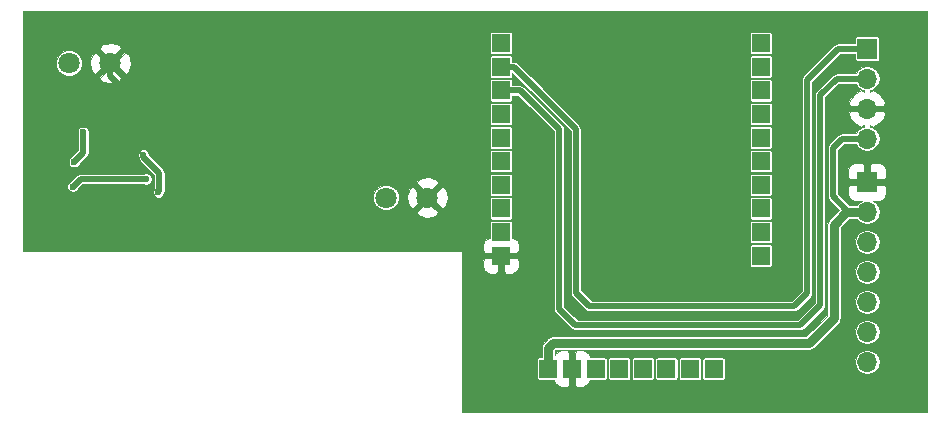
<source format=gbl>
G04 #@! TF.FileFunction,Copper,L2,Bot,Signal*
%FSLAX46Y46*%
G04 Gerber Fmt 4.6, Leading zero omitted, Abs format (unit mm)*
G04 Created by KiCad (PCBNEW 4.0.7) date 10/09/19 11:40:26*
%MOMM*%
%LPD*%
G01*
G04 APERTURE LIST*
%ADD10C,0.100000*%
%ADD11C,1.800000*%
%ADD12R,1.700000X1.700000*%
%ADD13O,1.700000X1.700000*%
%ADD14R,1.524000X1.524000*%
%ADD15C,0.600000*%
%ADD16C,0.508000*%
%ADD17C,0.762000*%
%ADD18C,0.030000*%
G04 APERTURE END LIST*
D10*
D11*
X106545440Y-72867520D03*
X110045440Y-72867520D03*
D12*
X174117000Y-71628000D03*
D13*
X174117000Y-74168000D03*
X174117000Y-76708000D03*
X174117000Y-79248000D03*
D11*
X133390700Y-84239100D03*
X136890700Y-84239100D03*
D12*
X174122080Y-82925920D03*
D13*
X174122080Y-85465920D03*
X174122080Y-88005920D03*
X174122080Y-90545920D03*
X174122080Y-93085920D03*
X174122080Y-95625920D03*
X174122080Y-98165920D03*
D14*
X143118840Y-71161910D03*
X143118840Y-73160890D03*
X143118840Y-75159870D03*
X143118840Y-77158850D03*
X143118840Y-79157830D03*
X143118840Y-81156810D03*
X143118840Y-83155790D03*
X143118840Y-85154770D03*
X143118840Y-87153750D03*
X143118840Y-89152730D03*
X147120610Y-98720910D03*
X149119590Y-98720910D03*
X151118570Y-98720910D03*
X153117550Y-98720910D03*
X155116530Y-98720910D03*
X157115510Y-98720910D03*
X159114490Y-98720910D03*
X161113470Y-98720910D03*
X165115240Y-89152730D03*
X165115240Y-87153750D03*
X165115240Y-85154770D03*
X165115240Y-83155790D03*
X165115240Y-81156810D03*
X165115240Y-79157830D03*
X165115240Y-77158850D03*
X165115240Y-75159870D03*
X165115240Y-73160890D03*
X165115240Y-71161910D03*
D15*
X112847120Y-80639920D03*
X114117120Y-83781900D03*
X129494280Y-82570320D03*
X116159280Y-77617320D03*
X110779560Y-79491840D03*
X117995700Y-83012280D03*
X125196600Y-81320640D03*
X107754420Y-78714600D03*
X106989880Y-81198720D03*
X113045240Y-82656680D03*
X106883200Y-83301840D03*
D16*
X112847120Y-80802480D02*
X112847120Y-80639920D01*
X114198400Y-82153760D02*
X112847120Y-80802480D01*
X114198400Y-83700620D02*
X114198400Y-82153760D01*
X114117120Y-83781900D02*
X114198400Y-83700620D01*
X126141480Y-81320640D02*
X125196600Y-81320640D01*
X126674880Y-80787240D02*
X126141480Y-81320640D01*
X126674880Y-79659480D02*
X126674880Y-80787240D01*
X127330200Y-79004160D02*
X126674880Y-79659480D01*
X128899920Y-79004160D02*
X127330200Y-79004160D01*
X129722880Y-79827120D02*
X128899920Y-79004160D01*
X129722880Y-82341720D02*
X129722880Y-79827120D01*
X129494280Y-82570320D02*
X129722880Y-82341720D01*
X110045440Y-72867520D02*
X110055660Y-72867520D01*
X110055660Y-72867520D02*
X114835940Y-77647800D01*
X116128800Y-77647800D02*
X116159280Y-77617320D01*
X114835940Y-77647800D02*
X116128800Y-77647800D01*
X110045440Y-73972360D02*
X110045440Y-72867520D01*
X111404400Y-75331320D02*
X110045440Y-73972360D01*
X111404400Y-78867000D02*
X111404400Y-75331320D01*
X110779560Y-79491840D02*
X111404400Y-78867000D01*
X125196600Y-81915000D02*
X125196600Y-81320640D01*
X124099320Y-83012280D02*
X125196600Y-81915000D01*
X117995700Y-83012280D02*
X124099320Y-83012280D01*
X107754420Y-80434180D02*
X107754420Y-78714600D01*
X106989880Y-81198720D02*
X107754420Y-80434180D01*
X143118840Y-73160890D02*
X144191990Y-73160890D01*
X171640500Y-71628000D02*
X174117000Y-71628000D01*
X169011600Y-74256900D02*
X171640500Y-71628000D01*
X169011600Y-92354400D02*
X169011600Y-74256900D01*
X167932100Y-93433900D02*
X169011600Y-92354400D01*
X150596600Y-93433900D02*
X167932100Y-93433900D01*
X149440900Y-92278200D02*
X150596600Y-93433900D01*
X149440900Y-78409800D02*
X149440900Y-92278200D01*
X144191990Y-73160890D02*
X149440900Y-78409800D01*
X143118840Y-75159870D02*
X144730470Y-75159870D01*
X171536360Y-74168000D02*
X174117000Y-74168000D01*
X170126660Y-75577700D02*
X171536360Y-74168000D01*
X170126660Y-93347540D02*
X170126660Y-75577700D01*
X168422320Y-95051880D02*
X170126660Y-93347540D01*
X149423120Y-95051880D02*
X168422320Y-95051880D01*
X148026120Y-93654880D02*
X149423120Y-95051880D01*
X148026120Y-78455520D02*
X148026120Y-93654880D01*
X144730470Y-75159870D02*
X148026120Y-78455520D01*
X172440600Y-85465920D02*
X172440600Y-85344000D01*
X171983400Y-79248000D02*
X174117000Y-79248000D01*
X171221400Y-80010000D02*
X171983400Y-79248000D01*
X171221400Y-84124800D02*
X171221400Y-80010000D01*
X172440600Y-85344000D02*
X171221400Y-84124800D01*
D17*
X147120610Y-98720910D02*
X147120610Y-96947990D01*
X172364400Y-85465920D02*
X172440600Y-85465920D01*
X172440600Y-85465920D02*
X174122080Y-85465920D01*
X171300140Y-86530180D02*
X172364400Y-85465920D01*
X171300140Y-94465140D02*
X171300140Y-86530180D01*
X169204640Y-96560640D02*
X171300140Y-94465140D01*
X147507960Y-96560640D02*
X169204640Y-96560640D01*
X147120610Y-96947990D02*
X147507960Y-96560640D01*
D16*
X107528360Y-82656680D02*
X113045240Y-82656680D01*
X106883200Y-83301840D02*
X107528360Y-82656680D01*
D18*
G36*
X179192160Y-102374940D02*
X139808980Y-102374940D01*
X139808980Y-97958910D01*
X146169986Y-97958910D01*
X146169986Y-99482910D01*
X146182886Y-99551467D01*
X146223403Y-99614432D01*
X146285225Y-99656673D01*
X146358610Y-99671534D01*
X147594702Y-99671534D01*
X147698881Y-99923045D01*
X147917455Y-100141619D01*
X148203035Y-100259910D01*
X148686340Y-100259910D01*
X148880590Y-100065660D01*
X148880590Y-98959910D01*
X148860590Y-98959910D01*
X148860590Y-98481910D01*
X148880590Y-98481910D01*
X148880590Y-97376160D01*
X149358590Y-97376160D01*
X149358590Y-98481910D01*
X149378590Y-98481910D01*
X149378590Y-98959910D01*
X149358590Y-98959910D01*
X149358590Y-100065660D01*
X149552840Y-100259910D01*
X150036145Y-100259910D01*
X150321725Y-100141619D01*
X150540299Y-99923045D01*
X150644478Y-99671534D01*
X151880570Y-99671534D01*
X151949127Y-99658634D01*
X152012092Y-99618117D01*
X152054333Y-99556295D01*
X152069194Y-99482910D01*
X152069194Y-97958910D01*
X152166926Y-97958910D01*
X152166926Y-99482910D01*
X152179826Y-99551467D01*
X152220343Y-99614432D01*
X152282165Y-99656673D01*
X152355550Y-99671534D01*
X153879550Y-99671534D01*
X153948107Y-99658634D01*
X154011072Y-99618117D01*
X154053313Y-99556295D01*
X154068174Y-99482910D01*
X154068174Y-97958910D01*
X154165906Y-97958910D01*
X154165906Y-99482910D01*
X154178806Y-99551467D01*
X154219323Y-99614432D01*
X154281145Y-99656673D01*
X154354530Y-99671534D01*
X155878530Y-99671534D01*
X155947087Y-99658634D01*
X156010052Y-99618117D01*
X156052293Y-99556295D01*
X156067154Y-99482910D01*
X156067154Y-97958910D01*
X156164886Y-97958910D01*
X156164886Y-99482910D01*
X156177786Y-99551467D01*
X156218303Y-99614432D01*
X156280125Y-99656673D01*
X156353510Y-99671534D01*
X157877510Y-99671534D01*
X157946067Y-99658634D01*
X158009032Y-99618117D01*
X158051273Y-99556295D01*
X158066134Y-99482910D01*
X158066134Y-97958910D01*
X158163866Y-97958910D01*
X158163866Y-99482910D01*
X158176766Y-99551467D01*
X158217283Y-99614432D01*
X158279105Y-99656673D01*
X158352490Y-99671534D01*
X159876490Y-99671534D01*
X159945047Y-99658634D01*
X160008012Y-99618117D01*
X160050253Y-99556295D01*
X160065114Y-99482910D01*
X160065114Y-97958910D01*
X160162846Y-97958910D01*
X160162846Y-99482910D01*
X160175746Y-99551467D01*
X160216263Y-99614432D01*
X160278085Y-99656673D01*
X160351470Y-99671534D01*
X161875470Y-99671534D01*
X161944027Y-99658634D01*
X162006992Y-99618117D01*
X162049233Y-99556295D01*
X162064094Y-99482910D01*
X162064094Y-98165920D01*
X173066803Y-98165920D01*
X173145588Y-98561997D01*
X173369947Y-98897776D01*
X173705726Y-99122135D01*
X174101803Y-99200920D01*
X174142357Y-99200920D01*
X174538434Y-99122135D01*
X174874213Y-98897776D01*
X175098572Y-98561997D01*
X175177357Y-98165920D01*
X175098572Y-97769843D01*
X174874213Y-97434064D01*
X174538434Y-97209705D01*
X174142357Y-97130920D01*
X174101803Y-97130920D01*
X173705726Y-97209705D01*
X173369947Y-97434064D01*
X173145588Y-97769843D01*
X173066803Y-98165920D01*
X162064094Y-98165920D01*
X162064094Y-97958910D01*
X162051194Y-97890353D01*
X162010677Y-97827388D01*
X161948855Y-97785147D01*
X161875470Y-97770286D01*
X160351470Y-97770286D01*
X160282913Y-97783186D01*
X160219948Y-97823703D01*
X160177707Y-97885525D01*
X160162846Y-97958910D01*
X160065114Y-97958910D01*
X160052214Y-97890353D01*
X160011697Y-97827388D01*
X159949875Y-97785147D01*
X159876490Y-97770286D01*
X158352490Y-97770286D01*
X158283933Y-97783186D01*
X158220968Y-97823703D01*
X158178727Y-97885525D01*
X158163866Y-97958910D01*
X158066134Y-97958910D01*
X158053234Y-97890353D01*
X158012717Y-97827388D01*
X157950895Y-97785147D01*
X157877510Y-97770286D01*
X156353510Y-97770286D01*
X156284953Y-97783186D01*
X156221988Y-97823703D01*
X156179747Y-97885525D01*
X156164886Y-97958910D01*
X156067154Y-97958910D01*
X156054254Y-97890353D01*
X156013737Y-97827388D01*
X155951915Y-97785147D01*
X155878530Y-97770286D01*
X154354530Y-97770286D01*
X154285973Y-97783186D01*
X154223008Y-97823703D01*
X154180767Y-97885525D01*
X154165906Y-97958910D01*
X154068174Y-97958910D01*
X154055274Y-97890353D01*
X154014757Y-97827388D01*
X153952935Y-97785147D01*
X153879550Y-97770286D01*
X152355550Y-97770286D01*
X152286993Y-97783186D01*
X152224028Y-97823703D01*
X152181787Y-97885525D01*
X152166926Y-97958910D01*
X152069194Y-97958910D01*
X152056294Y-97890353D01*
X152015777Y-97827388D01*
X151953955Y-97785147D01*
X151880570Y-97770286D01*
X150644478Y-97770286D01*
X150540299Y-97518775D01*
X150321725Y-97300201D01*
X150036145Y-97181910D01*
X149552840Y-97181910D01*
X149358590Y-97376160D01*
X148880590Y-97376160D01*
X148686340Y-97181910D01*
X148203035Y-97181910D01*
X147917455Y-97300201D01*
X147698881Y-97518775D01*
X147686610Y-97548400D01*
X147686610Y-97182434D01*
X147742405Y-97126640D01*
X169204640Y-97126640D01*
X169421239Y-97083556D01*
X169604862Y-96960862D01*
X170939804Y-95625920D01*
X173066803Y-95625920D01*
X173145588Y-96021997D01*
X173369947Y-96357776D01*
X173705726Y-96582135D01*
X174101803Y-96660920D01*
X174142357Y-96660920D01*
X174538434Y-96582135D01*
X174874213Y-96357776D01*
X175098572Y-96021997D01*
X175177357Y-95625920D01*
X175098572Y-95229843D01*
X174874213Y-94894064D01*
X174538434Y-94669705D01*
X174142357Y-94590920D01*
X174101803Y-94590920D01*
X173705726Y-94669705D01*
X173369947Y-94894064D01*
X173145588Y-95229843D01*
X173066803Y-95625920D01*
X170939804Y-95625920D01*
X171700363Y-94865362D01*
X171783151Y-94741460D01*
X171823056Y-94681739D01*
X171866140Y-94465140D01*
X171866140Y-93085920D01*
X173066803Y-93085920D01*
X173145588Y-93481997D01*
X173369947Y-93817776D01*
X173705726Y-94042135D01*
X174101803Y-94120920D01*
X174142357Y-94120920D01*
X174538434Y-94042135D01*
X174874213Y-93817776D01*
X175098572Y-93481997D01*
X175177357Y-93085920D01*
X175098572Y-92689843D01*
X174874213Y-92354064D01*
X174538434Y-92129705D01*
X174142357Y-92050920D01*
X174101803Y-92050920D01*
X173705726Y-92129705D01*
X173369947Y-92354064D01*
X173145588Y-92689843D01*
X173066803Y-93085920D01*
X171866140Y-93085920D01*
X171866140Y-90545920D01*
X173066803Y-90545920D01*
X173145588Y-90941997D01*
X173369947Y-91277776D01*
X173705726Y-91502135D01*
X174101803Y-91580920D01*
X174142357Y-91580920D01*
X174538434Y-91502135D01*
X174874213Y-91277776D01*
X175098572Y-90941997D01*
X175177357Y-90545920D01*
X175098572Y-90149843D01*
X174874213Y-89814064D01*
X174538434Y-89589705D01*
X174142357Y-89510920D01*
X174101803Y-89510920D01*
X173705726Y-89589705D01*
X173369947Y-89814064D01*
X173145588Y-90149843D01*
X173066803Y-90545920D01*
X171866140Y-90545920D01*
X171866140Y-88005920D01*
X173066803Y-88005920D01*
X173145588Y-88401997D01*
X173369947Y-88737776D01*
X173705726Y-88962135D01*
X174101803Y-89040920D01*
X174142357Y-89040920D01*
X174538434Y-88962135D01*
X174874213Y-88737776D01*
X175098572Y-88401997D01*
X175177357Y-88005920D01*
X175098572Y-87609843D01*
X174874213Y-87274064D01*
X174538434Y-87049705D01*
X174142357Y-86970920D01*
X174101803Y-86970920D01*
X173705726Y-87049705D01*
X173369947Y-87274064D01*
X173145588Y-87609843D01*
X173066803Y-88005920D01*
X171866140Y-88005920D01*
X171866140Y-86764624D01*
X172598844Y-86031920D01*
X173259126Y-86031920D01*
X173369947Y-86197776D01*
X173705726Y-86422135D01*
X174101803Y-86500920D01*
X174142357Y-86500920D01*
X174538434Y-86422135D01*
X174874213Y-86197776D01*
X175098572Y-85861997D01*
X175177357Y-85465920D01*
X175098572Y-85069843D01*
X174874213Y-84734064D01*
X174603110Y-84552920D01*
X175126635Y-84552920D01*
X175412215Y-84434629D01*
X175630789Y-84216055D01*
X175749080Y-83930475D01*
X175749080Y-83359170D01*
X175554830Y-83164920D01*
X174361080Y-83164920D01*
X174361080Y-83184920D01*
X173883080Y-83184920D01*
X173883080Y-83164920D01*
X172689330Y-83164920D01*
X172495080Y-83359170D01*
X172495080Y-83930475D01*
X172613371Y-84216055D01*
X172831945Y-84434629D01*
X173117525Y-84552920D01*
X173641050Y-84552920D01*
X173369947Y-84734064D01*
X173259126Y-84899920D01*
X172617360Y-84899920D01*
X171660400Y-83942960D01*
X171660400Y-81921365D01*
X172495080Y-81921365D01*
X172495080Y-82492670D01*
X172689330Y-82686920D01*
X173883080Y-82686920D01*
X173883080Y-81493170D01*
X174361080Y-81493170D01*
X174361080Y-82686920D01*
X175554830Y-82686920D01*
X175749080Y-82492670D01*
X175749080Y-81921365D01*
X175630789Y-81635785D01*
X175412215Y-81417211D01*
X175126635Y-81298920D01*
X174555330Y-81298920D01*
X174361080Y-81493170D01*
X173883080Y-81493170D01*
X173688830Y-81298920D01*
X173117525Y-81298920D01*
X172831945Y-81417211D01*
X172613371Y-81635785D01*
X172495080Y-81921365D01*
X171660400Y-81921365D01*
X171660400Y-80191840D01*
X172165240Y-79687000D01*
X173169188Y-79687000D01*
X173364867Y-79979856D01*
X173700646Y-80204215D01*
X174096723Y-80283000D01*
X174137277Y-80283000D01*
X174533354Y-80204215D01*
X174869133Y-79979856D01*
X175093492Y-79644077D01*
X175172277Y-79248000D01*
X175093492Y-78851923D01*
X174869133Y-78516144D01*
X174533354Y-78291785D01*
X174356002Y-78256507D01*
X174356002Y-78123118D01*
X174604818Y-78260165D01*
X175161673Y-77955334D01*
X175559486Y-77460607D01*
X175669148Y-77195815D01*
X175529675Y-76947000D01*
X174356000Y-76947000D01*
X174356000Y-76967000D01*
X173878000Y-76967000D01*
X173878000Y-76947000D01*
X172704325Y-76947000D01*
X172564852Y-77195815D01*
X172674514Y-77460607D01*
X173072327Y-77955334D01*
X173629182Y-78260165D01*
X173877998Y-78123118D01*
X173877998Y-78256507D01*
X173700646Y-78291785D01*
X173364867Y-78516144D01*
X173169188Y-78809000D01*
X171983400Y-78809000D01*
X171815402Y-78842417D01*
X171672980Y-78937580D01*
X170910980Y-79699580D01*
X170815817Y-79842002D01*
X170782400Y-80010000D01*
X170782400Y-84124800D01*
X170815817Y-84292798D01*
X170910980Y-84435220D01*
X171752818Y-85277058D01*
X170899918Y-86129958D01*
X170777224Y-86313581D01*
X170734140Y-86530180D01*
X170734140Y-94230695D01*
X168970196Y-95994640D01*
X147507960Y-95994640D01*
X147291361Y-96037724D01*
X147107738Y-96160417D01*
X146720388Y-96547768D01*
X146597694Y-96731391D01*
X146554610Y-96947990D01*
X146554610Y-97770286D01*
X146358610Y-97770286D01*
X146290053Y-97783186D01*
X146227088Y-97823703D01*
X146184847Y-97885525D01*
X146169986Y-97958910D01*
X139808980Y-97958910D01*
X139808980Y-89585980D01*
X141579840Y-89585980D01*
X141579840Y-90069285D01*
X141698131Y-90354865D01*
X141916705Y-90573439D01*
X142202285Y-90691730D01*
X142685590Y-90691730D01*
X142879840Y-90497480D01*
X142879840Y-89391730D01*
X143357840Y-89391730D01*
X143357840Y-90497480D01*
X143552090Y-90691730D01*
X144035395Y-90691730D01*
X144320975Y-90573439D01*
X144539549Y-90354865D01*
X144657840Y-90069285D01*
X144657840Y-89585980D01*
X144463590Y-89391730D01*
X143357840Y-89391730D01*
X142879840Y-89391730D01*
X141774090Y-89391730D01*
X141579840Y-89585980D01*
X139808980Y-89585980D01*
X139808980Y-88803480D01*
X139804938Y-88783160D01*
X139793427Y-88765933D01*
X139776200Y-88754422D01*
X139755880Y-88750380D01*
X102628460Y-88750380D01*
X102628460Y-88236175D01*
X141579840Y-88236175D01*
X141579840Y-88719480D01*
X141774090Y-88913730D01*
X142879840Y-88913730D01*
X142879840Y-88893730D01*
X143357840Y-88893730D01*
X143357840Y-88913730D01*
X144463590Y-88913730D01*
X144657840Y-88719480D01*
X144657840Y-88236175D01*
X144539549Y-87950595D01*
X144320975Y-87732021D01*
X144069464Y-87627842D01*
X144069464Y-86391750D01*
X144056564Y-86323193D01*
X144016047Y-86260228D01*
X143954225Y-86217987D01*
X143880840Y-86203126D01*
X142356840Y-86203126D01*
X142288283Y-86216026D01*
X142225318Y-86256543D01*
X142183077Y-86318365D01*
X142168216Y-86391750D01*
X142168216Y-87627842D01*
X141916705Y-87732021D01*
X141698131Y-87950595D01*
X141579840Y-88236175D01*
X102628460Y-88236175D01*
X102628460Y-85466384D01*
X136001414Y-85466384D01*
X136088895Y-85749302D01*
X136727858Y-85941182D01*
X137391612Y-85873937D01*
X137692505Y-85749302D01*
X137779986Y-85466384D01*
X136890700Y-84577097D01*
X136001414Y-85466384D01*
X102628460Y-85466384D01*
X102628460Y-84453973D01*
X132305512Y-84453973D01*
X132470346Y-84852900D01*
X132775295Y-85158382D01*
X133173933Y-85323911D01*
X133605573Y-85324288D01*
X134004500Y-85159454D01*
X134309982Y-84854505D01*
X134475511Y-84455867D01*
X134475842Y-84076258D01*
X135188618Y-84076258D01*
X135255863Y-84740012D01*
X135380498Y-85040905D01*
X135663416Y-85128386D01*
X136552703Y-84239100D01*
X137228697Y-84239100D01*
X138117984Y-85128386D01*
X138400902Y-85040905D01*
X138592782Y-84401942D01*
X138591853Y-84392770D01*
X142168216Y-84392770D01*
X142168216Y-85916770D01*
X142181116Y-85985327D01*
X142221633Y-86048292D01*
X142283455Y-86090533D01*
X142356840Y-86105394D01*
X143880840Y-86105394D01*
X143949397Y-86092494D01*
X144012362Y-86051977D01*
X144054603Y-85990155D01*
X144069464Y-85916770D01*
X144069464Y-84392770D01*
X144056564Y-84324213D01*
X144016047Y-84261248D01*
X143954225Y-84219007D01*
X143880840Y-84204146D01*
X142356840Y-84204146D01*
X142288283Y-84217046D01*
X142225318Y-84257563D01*
X142183077Y-84319385D01*
X142168216Y-84392770D01*
X138591853Y-84392770D01*
X138525537Y-83738188D01*
X138400902Y-83437295D01*
X138117984Y-83349814D01*
X137228697Y-84239100D01*
X136552703Y-84239100D01*
X135663416Y-83349814D01*
X135380498Y-83437295D01*
X135188618Y-84076258D01*
X134475842Y-84076258D01*
X134475888Y-84024227D01*
X134311054Y-83625300D01*
X134006105Y-83319818D01*
X133607467Y-83154289D01*
X133175827Y-83153912D01*
X132776900Y-83318746D01*
X132471418Y-83623695D01*
X132305889Y-84022333D01*
X132305512Y-84453973D01*
X102628460Y-84453973D01*
X102628460Y-83397889D01*
X106398116Y-83397889D01*
X106471797Y-83576212D01*
X106608111Y-83712763D01*
X106786304Y-83786756D01*
X106979249Y-83786924D01*
X107157572Y-83713243D01*
X107294123Y-83576929D01*
X107340402Y-83465478D01*
X107710200Y-83095680D01*
X112837767Y-83095680D01*
X112948344Y-83141596D01*
X113141289Y-83141764D01*
X113319612Y-83068083D01*
X113456163Y-82931769D01*
X113530156Y-82753576D01*
X113530324Y-82560631D01*
X113456643Y-82382308D01*
X113320329Y-82245757D01*
X113142136Y-82171764D01*
X112949191Y-82171596D01*
X112837658Y-82217680D01*
X107528360Y-82217680D01*
X107360362Y-82251097D01*
X107217940Y-82346260D01*
X106719485Y-82844715D01*
X106608828Y-82890437D01*
X106472277Y-83026751D01*
X106398284Y-83204944D01*
X106398116Y-83397889D01*
X102628460Y-83397889D01*
X102628460Y-81294769D01*
X106504796Y-81294769D01*
X106578477Y-81473092D01*
X106714791Y-81609643D01*
X106892984Y-81683636D01*
X107085929Y-81683804D01*
X107264252Y-81610123D01*
X107400803Y-81473809D01*
X107447082Y-81362358D01*
X108064840Y-80744600D01*
X108070607Y-80735969D01*
X112362036Y-80735969D01*
X112425389Y-80889296D01*
X112441537Y-80970478D01*
X112536700Y-81112900D01*
X113759400Y-82335600D01*
X113759400Y-83453700D01*
X113706197Y-83506811D01*
X113632204Y-83685004D01*
X113632036Y-83877949D01*
X113705717Y-84056272D01*
X113842031Y-84192823D01*
X114020224Y-84266816D01*
X114213169Y-84266984D01*
X114391492Y-84193303D01*
X114528043Y-84056989D01*
X114602036Y-83878796D01*
X114602042Y-83871522D01*
X114603983Y-83868618D01*
X114637400Y-83700620D01*
X114637400Y-83011816D01*
X136001414Y-83011816D01*
X136890700Y-83901103D01*
X137779986Y-83011816D01*
X137692505Y-82728898D01*
X137053542Y-82537018D01*
X136389788Y-82604263D01*
X136088895Y-82728898D01*
X136001414Y-83011816D01*
X114637400Y-83011816D01*
X114637400Y-82393790D01*
X142168216Y-82393790D01*
X142168216Y-83917790D01*
X142181116Y-83986347D01*
X142221633Y-84049312D01*
X142283455Y-84091553D01*
X142356840Y-84106414D01*
X143880840Y-84106414D01*
X143949397Y-84093514D01*
X144012362Y-84052997D01*
X144054603Y-83991175D01*
X144069464Y-83917790D01*
X144069464Y-82393790D01*
X144056564Y-82325233D01*
X144016047Y-82262268D01*
X143954225Y-82220027D01*
X143880840Y-82205166D01*
X142356840Y-82205166D01*
X142288283Y-82218066D01*
X142225318Y-82258583D01*
X142183077Y-82320405D01*
X142168216Y-82393790D01*
X114637400Y-82393790D01*
X114637400Y-82153765D01*
X114637401Y-82153760D01*
X114603983Y-81985762D01*
X114508820Y-81843340D01*
X113332097Y-80666617D01*
X113332204Y-80543871D01*
X113270614Y-80394810D01*
X142168216Y-80394810D01*
X142168216Y-81918810D01*
X142181116Y-81987367D01*
X142221633Y-82050332D01*
X142283455Y-82092573D01*
X142356840Y-82107434D01*
X143880840Y-82107434D01*
X143949397Y-82094534D01*
X144012362Y-82054017D01*
X144054603Y-81992195D01*
X144069464Y-81918810D01*
X144069464Y-80394810D01*
X144056564Y-80326253D01*
X144016047Y-80263288D01*
X143954225Y-80221047D01*
X143880840Y-80206186D01*
X142356840Y-80206186D01*
X142288283Y-80219086D01*
X142225318Y-80259603D01*
X142183077Y-80321425D01*
X142168216Y-80394810D01*
X113270614Y-80394810D01*
X113258523Y-80365548D01*
X113122209Y-80228997D01*
X112944016Y-80155004D01*
X112751071Y-80154836D01*
X112572748Y-80228517D01*
X112436197Y-80364831D01*
X112362204Y-80543024D01*
X112362036Y-80735969D01*
X108070607Y-80735969D01*
X108160003Y-80602178D01*
X108193420Y-80434180D01*
X108193420Y-78922073D01*
X108239336Y-78811496D01*
X108239504Y-78618551D01*
X108165823Y-78440228D01*
X108121503Y-78395830D01*
X142168216Y-78395830D01*
X142168216Y-79919830D01*
X142181116Y-79988387D01*
X142221633Y-80051352D01*
X142283455Y-80093593D01*
X142356840Y-80108454D01*
X143880840Y-80108454D01*
X143949397Y-80095554D01*
X144012362Y-80055037D01*
X144054603Y-79993215D01*
X144069464Y-79919830D01*
X144069464Y-78395830D01*
X144056564Y-78327273D01*
X144016047Y-78264308D01*
X143954225Y-78222067D01*
X143880840Y-78207206D01*
X142356840Y-78207206D01*
X142288283Y-78220106D01*
X142225318Y-78260623D01*
X142183077Y-78322445D01*
X142168216Y-78395830D01*
X108121503Y-78395830D01*
X108029509Y-78303677D01*
X107851316Y-78229684D01*
X107658371Y-78229516D01*
X107480048Y-78303197D01*
X107343497Y-78439511D01*
X107269504Y-78617704D01*
X107269336Y-78810649D01*
X107315420Y-78922182D01*
X107315420Y-80252340D01*
X106826165Y-80741595D01*
X106715508Y-80787317D01*
X106578957Y-80923631D01*
X106504964Y-81101824D01*
X106504796Y-81294769D01*
X102628460Y-81294769D01*
X102628460Y-76396850D01*
X142168216Y-76396850D01*
X142168216Y-77920850D01*
X142181116Y-77989407D01*
X142221633Y-78052372D01*
X142283455Y-78094613D01*
X142356840Y-78109474D01*
X143880840Y-78109474D01*
X143949397Y-78096574D01*
X144012362Y-78056057D01*
X144054603Y-77994235D01*
X144069464Y-77920850D01*
X144069464Y-76396850D01*
X144056564Y-76328293D01*
X144016047Y-76265328D01*
X143954225Y-76223087D01*
X143880840Y-76208226D01*
X142356840Y-76208226D01*
X142288283Y-76221126D01*
X142225318Y-76261643D01*
X142183077Y-76323465D01*
X142168216Y-76396850D01*
X102628460Y-76396850D01*
X102628460Y-74094804D01*
X109156154Y-74094804D01*
X109243635Y-74377722D01*
X109882598Y-74569602D01*
X110546352Y-74502357D01*
X110798603Y-74397870D01*
X142168216Y-74397870D01*
X142168216Y-75921870D01*
X142181116Y-75990427D01*
X142221633Y-76053392D01*
X142283455Y-76095633D01*
X142356840Y-76110494D01*
X143880840Y-76110494D01*
X143949397Y-76097594D01*
X144012362Y-76057077D01*
X144054603Y-75995255D01*
X144069464Y-75921870D01*
X144069464Y-75598870D01*
X144548630Y-75598870D01*
X147587120Y-78637360D01*
X147587120Y-93654880D01*
X147620537Y-93822878D01*
X147715700Y-93965300D01*
X149112700Y-95362300D01*
X149255122Y-95457463D01*
X149423120Y-95490880D01*
X168422320Y-95490880D01*
X168590318Y-95457463D01*
X168732740Y-95362300D01*
X170437080Y-93657960D01*
X170532243Y-93515538D01*
X170565660Y-93347540D01*
X170565660Y-75759540D01*
X171718200Y-74607000D01*
X173169188Y-74607000D01*
X173364867Y-74899856D01*
X173700646Y-75124215D01*
X173877998Y-75159493D01*
X173877998Y-75292882D01*
X173629182Y-75155835D01*
X173072327Y-75460666D01*
X172674514Y-75955393D01*
X172564852Y-76220185D01*
X172704325Y-76469000D01*
X173878000Y-76469000D01*
X173878000Y-76449000D01*
X174356000Y-76449000D01*
X174356000Y-76469000D01*
X175529675Y-76469000D01*
X175669148Y-76220185D01*
X175559486Y-75955393D01*
X175161673Y-75460666D01*
X174604818Y-75155835D01*
X174356002Y-75292882D01*
X174356002Y-75159493D01*
X174533354Y-75124215D01*
X174869133Y-74899856D01*
X175093492Y-74564077D01*
X175172277Y-74168000D01*
X175093492Y-73771923D01*
X174869133Y-73436144D01*
X174533354Y-73211785D01*
X174137277Y-73133000D01*
X174096723Y-73133000D01*
X173700646Y-73211785D01*
X173364867Y-73436144D01*
X173169188Y-73729000D01*
X171536360Y-73729000D01*
X171368362Y-73762417D01*
X171225940Y-73857580D01*
X169816240Y-75267280D01*
X169721077Y-75409702D01*
X169687660Y-75577700D01*
X169687660Y-93165700D01*
X168240480Y-94612880D01*
X149604960Y-94612880D01*
X148465120Y-93473040D01*
X148465120Y-78455520D01*
X148431703Y-78287522D01*
X148336540Y-78145100D01*
X145040890Y-74849450D01*
X144898468Y-74754287D01*
X144730470Y-74720870D01*
X144069464Y-74720870D01*
X144069464Y-74397870D01*
X144056564Y-74329313D01*
X144016047Y-74266348D01*
X143954225Y-74224107D01*
X143880840Y-74209246D01*
X142356840Y-74209246D01*
X142288283Y-74222146D01*
X142225318Y-74262663D01*
X142183077Y-74324485D01*
X142168216Y-74397870D01*
X110798603Y-74397870D01*
X110847245Y-74377722D01*
X110934726Y-74094804D01*
X110045440Y-73205517D01*
X109156154Y-74094804D01*
X102628460Y-74094804D01*
X102628460Y-73082393D01*
X105460252Y-73082393D01*
X105625086Y-73481320D01*
X105930035Y-73786802D01*
X106328673Y-73952331D01*
X106760313Y-73952708D01*
X107159240Y-73787874D01*
X107464722Y-73482925D01*
X107630251Y-73084287D01*
X107630582Y-72704678D01*
X108343358Y-72704678D01*
X108410603Y-73368432D01*
X108535238Y-73669325D01*
X108818156Y-73756806D01*
X109707443Y-72867520D01*
X110383437Y-72867520D01*
X111272724Y-73756806D01*
X111555642Y-73669325D01*
X111747522Y-73030362D01*
X111683548Y-72398890D01*
X142168216Y-72398890D01*
X142168216Y-73922890D01*
X142181116Y-73991447D01*
X142221633Y-74054412D01*
X142283455Y-74096653D01*
X142356840Y-74111514D01*
X143880840Y-74111514D01*
X143949397Y-74098614D01*
X144012362Y-74058097D01*
X144054603Y-73996275D01*
X144069464Y-73922890D01*
X144069464Y-73659204D01*
X149001900Y-78591640D01*
X149001900Y-92278200D01*
X149035317Y-92446198D01*
X149130480Y-92588620D01*
X150286180Y-93744320D01*
X150428602Y-93839483D01*
X150596600Y-93872900D01*
X167932100Y-93872900D01*
X168100098Y-93839483D01*
X168242520Y-93744320D01*
X169322020Y-92664820D01*
X169417183Y-92522398D01*
X169450600Y-92354400D01*
X169450600Y-74438740D01*
X171822340Y-72067000D01*
X173078376Y-72067000D01*
X173078376Y-72478000D01*
X173091276Y-72546557D01*
X173131793Y-72609522D01*
X173193615Y-72651763D01*
X173267000Y-72666624D01*
X174967000Y-72666624D01*
X175035557Y-72653724D01*
X175098522Y-72613207D01*
X175140763Y-72551385D01*
X175155624Y-72478000D01*
X175155624Y-70778000D01*
X175142724Y-70709443D01*
X175102207Y-70646478D01*
X175040385Y-70604237D01*
X174967000Y-70589376D01*
X173267000Y-70589376D01*
X173198443Y-70602276D01*
X173135478Y-70642793D01*
X173093237Y-70704615D01*
X173078376Y-70778000D01*
X173078376Y-71189000D01*
X171640500Y-71189000D01*
X171472502Y-71222417D01*
X171330080Y-71317580D01*
X168701180Y-73946480D01*
X168606017Y-74088902D01*
X168572600Y-74256900D01*
X168572600Y-92172560D01*
X167750260Y-92994900D01*
X150778440Y-92994900D01*
X149879900Y-92096360D01*
X149879900Y-88390730D01*
X164164616Y-88390730D01*
X164164616Y-89914730D01*
X164177516Y-89983287D01*
X164218033Y-90046252D01*
X164279855Y-90088493D01*
X164353240Y-90103354D01*
X165877240Y-90103354D01*
X165945797Y-90090454D01*
X166008762Y-90049937D01*
X166051003Y-89988115D01*
X166065864Y-89914730D01*
X166065864Y-88390730D01*
X166052964Y-88322173D01*
X166012447Y-88259208D01*
X165950625Y-88216967D01*
X165877240Y-88202106D01*
X164353240Y-88202106D01*
X164284683Y-88215006D01*
X164221718Y-88255523D01*
X164179477Y-88317345D01*
X164164616Y-88390730D01*
X149879900Y-88390730D01*
X149879900Y-86391750D01*
X164164616Y-86391750D01*
X164164616Y-87915750D01*
X164177516Y-87984307D01*
X164218033Y-88047272D01*
X164279855Y-88089513D01*
X164353240Y-88104374D01*
X165877240Y-88104374D01*
X165945797Y-88091474D01*
X166008762Y-88050957D01*
X166051003Y-87989135D01*
X166065864Y-87915750D01*
X166065864Y-86391750D01*
X166052964Y-86323193D01*
X166012447Y-86260228D01*
X165950625Y-86217987D01*
X165877240Y-86203126D01*
X164353240Y-86203126D01*
X164284683Y-86216026D01*
X164221718Y-86256543D01*
X164179477Y-86318365D01*
X164164616Y-86391750D01*
X149879900Y-86391750D01*
X149879900Y-84392770D01*
X164164616Y-84392770D01*
X164164616Y-85916770D01*
X164177516Y-85985327D01*
X164218033Y-86048292D01*
X164279855Y-86090533D01*
X164353240Y-86105394D01*
X165877240Y-86105394D01*
X165945797Y-86092494D01*
X166008762Y-86051977D01*
X166051003Y-85990155D01*
X166065864Y-85916770D01*
X166065864Y-84392770D01*
X166052964Y-84324213D01*
X166012447Y-84261248D01*
X165950625Y-84219007D01*
X165877240Y-84204146D01*
X164353240Y-84204146D01*
X164284683Y-84217046D01*
X164221718Y-84257563D01*
X164179477Y-84319385D01*
X164164616Y-84392770D01*
X149879900Y-84392770D01*
X149879900Y-82393790D01*
X164164616Y-82393790D01*
X164164616Y-83917790D01*
X164177516Y-83986347D01*
X164218033Y-84049312D01*
X164279855Y-84091553D01*
X164353240Y-84106414D01*
X165877240Y-84106414D01*
X165945797Y-84093514D01*
X166008762Y-84052997D01*
X166051003Y-83991175D01*
X166065864Y-83917790D01*
X166065864Y-82393790D01*
X166052964Y-82325233D01*
X166012447Y-82262268D01*
X165950625Y-82220027D01*
X165877240Y-82205166D01*
X164353240Y-82205166D01*
X164284683Y-82218066D01*
X164221718Y-82258583D01*
X164179477Y-82320405D01*
X164164616Y-82393790D01*
X149879900Y-82393790D01*
X149879900Y-80394810D01*
X164164616Y-80394810D01*
X164164616Y-81918810D01*
X164177516Y-81987367D01*
X164218033Y-82050332D01*
X164279855Y-82092573D01*
X164353240Y-82107434D01*
X165877240Y-82107434D01*
X165945797Y-82094534D01*
X166008762Y-82054017D01*
X166051003Y-81992195D01*
X166065864Y-81918810D01*
X166065864Y-80394810D01*
X166052964Y-80326253D01*
X166012447Y-80263288D01*
X165950625Y-80221047D01*
X165877240Y-80206186D01*
X164353240Y-80206186D01*
X164284683Y-80219086D01*
X164221718Y-80259603D01*
X164179477Y-80321425D01*
X164164616Y-80394810D01*
X149879900Y-80394810D01*
X149879900Y-78409800D01*
X149877122Y-78395830D01*
X164164616Y-78395830D01*
X164164616Y-79919830D01*
X164177516Y-79988387D01*
X164218033Y-80051352D01*
X164279855Y-80093593D01*
X164353240Y-80108454D01*
X165877240Y-80108454D01*
X165945797Y-80095554D01*
X166008762Y-80055037D01*
X166051003Y-79993215D01*
X166065864Y-79919830D01*
X166065864Y-78395830D01*
X166052964Y-78327273D01*
X166012447Y-78264308D01*
X165950625Y-78222067D01*
X165877240Y-78207206D01*
X164353240Y-78207206D01*
X164284683Y-78220106D01*
X164221718Y-78260623D01*
X164179477Y-78322445D01*
X164164616Y-78395830D01*
X149877122Y-78395830D01*
X149846483Y-78241802D01*
X149751320Y-78099380D01*
X148048790Y-76396850D01*
X164164616Y-76396850D01*
X164164616Y-77920850D01*
X164177516Y-77989407D01*
X164218033Y-78052372D01*
X164279855Y-78094613D01*
X164353240Y-78109474D01*
X165877240Y-78109474D01*
X165945797Y-78096574D01*
X166008762Y-78056057D01*
X166051003Y-77994235D01*
X166065864Y-77920850D01*
X166065864Y-76396850D01*
X166052964Y-76328293D01*
X166012447Y-76265328D01*
X165950625Y-76223087D01*
X165877240Y-76208226D01*
X164353240Y-76208226D01*
X164284683Y-76221126D01*
X164221718Y-76261643D01*
X164179477Y-76323465D01*
X164164616Y-76396850D01*
X148048790Y-76396850D01*
X146049810Y-74397870D01*
X164164616Y-74397870D01*
X164164616Y-75921870D01*
X164177516Y-75990427D01*
X164218033Y-76053392D01*
X164279855Y-76095633D01*
X164353240Y-76110494D01*
X165877240Y-76110494D01*
X165945797Y-76097594D01*
X166008762Y-76057077D01*
X166051003Y-75995255D01*
X166065864Y-75921870D01*
X166065864Y-74397870D01*
X166052964Y-74329313D01*
X166012447Y-74266348D01*
X165950625Y-74224107D01*
X165877240Y-74209246D01*
X164353240Y-74209246D01*
X164284683Y-74222146D01*
X164221718Y-74262663D01*
X164179477Y-74324485D01*
X164164616Y-74397870D01*
X146049810Y-74397870D01*
X144502410Y-72850470D01*
X144359988Y-72755307D01*
X144191990Y-72721890D01*
X144069464Y-72721890D01*
X144069464Y-72398890D01*
X164164616Y-72398890D01*
X164164616Y-73922890D01*
X164177516Y-73991447D01*
X164218033Y-74054412D01*
X164279855Y-74096653D01*
X164353240Y-74111514D01*
X165877240Y-74111514D01*
X165945797Y-74098614D01*
X166008762Y-74058097D01*
X166051003Y-73996275D01*
X166065864Y-73922890D01*
X166065864Y-72398890D01*
X166052964Y-72330333D01*
X166012447Y-72267368D01*
X165950625Y-72225127D01*
X165877240Y-72210266D01*
X164353240Y-72210266D01*
X164284683Y-72223166D01*
X164221718Y-72263683D01*
X164179477Y-72325505D01*
X164164616Y-72398890D01*
X144069464Y-72398890D01*
X144056564Y-72330333D01*
X144016047Y-72267368D01*
X143954225Y-72225127D01*
X143880840Y-72210266D01*
X142356840Y-72210266D01*
X142288283Y-72223166D01*
X142225318Y-72263683D01*
X142183077Y-72325505D01*
X142168216Y-72398890D01*
X111683548Y-72398890D01*
X111680277Y-72366608D01*
X111555642Y-72065715D01*
X111272724Y-71978234D01*
X110383437Y-72867520D01*
X109707443Y-72867520D01*
X108818156Y-71978234D01*
X108535238Y-72065715D01*
X108343358Y-72704678D01*
X107630582Y-72704678D01*
X107630628Y-72652647D01*
X107465794Y-72253720D01*
X107160845Y-71948238D01*
X106762207Y-71782709D01*
X106330567Y-71782332D01*
X105931640Y-71947166D01*
X105626158Y-72252115D01*
X105460629Y-72650753D01*
X105460252Y-73082393D01*
X102628460Y-73082393D01*
X102628460Y-71640236D01*
X109156154Y-71640236D01*
X110045440Y-72529523D01*
X110934726Y-71640236D01*
X110847245Y-71357318D01*
X110208282Y-71165438D01*
X109544528Y-71232683D01*
X109243635Y-71357318D01*
X109156154Y-71640236D01*
X102628460Y-71640236D01*
X102628460Y-70399910D01*
X142168216Y-70399910D01*
X142168216Y-71923910D01*
X142181116Y-71992467D01*
X142221633Y-72055432D01*
X142283455Y-72097673D01*
X142356840Y-72112534D01*
X143880840Y-72112534D01*
X143949397Y-72099634D01*
X144012362Y-72059117D01*
X144054603Y-71997295D01*
X144069464Y-71923910D01*
X144069464Y-70399910D01*
X164164616Y-70399910D01*
X164164616Y-71923910D01*
X164177516Y-71992467D01*
X164218033Y-72055432D01*
X164279855Y-72097673D01*
X164353240Y-72112534D01*
X165877240Y-72112534D01*
X165945797Y-72099634D01*
X166008762Y-72059117D01*
X166051003Y-71997295D01*
X166065864Y-71923910D01*
X166065864Y-70399910D01*
X166052964Y-70331353D01*
X166012447Y-70268388D01*
X165950625Y-70226147D01*
X165877240Y-70211286D01*
X164353240Y-70211286D01*
X164284683Y-70224186D01*
X164221718Y-70264703D01*
X164179477Y-70326525D01*
X164164616Y-70399910D01*
X144069464Y-70399910D01*
X144056564Y-70331353D01*
X144016047Y-70268388D01*
X143954225Y-70226147D01*
X143880840Y-70211286D01*
X142356840Y-70211286D01*
X142288283Y-70224186D01*
X142225318Y-70264703D01*
X142183077Y-70326525D01*
X142168216Y-70399910D01*
X102628460Y-70399910D01*
X102628460Y-68401960D01*
X179192160Y-68401960D01*
X179192160Y-102374940D01*
X179192160Y-102374940D01*
G37*
X179192160Y-102374940D02*
X139808980Y-102374940D01*
X139808980Y-97958910D01*
X146169986Y-97958910D01*
X146169986Y-99482910D01*
X146182886Y-99551467D01*
X146223403Y-99614432D01*
X146285225Y-99656673D01*
X146358610Y-99671534D01*
X147594702Y-99671534D01*
X147698881Y-99923045D01*
X147917455Y-100141619D01*
X148203035Y-100259910D01*
X148686340Y-100259910D01*
X148880590Y-100065660D01*
X148880590Y-98959910D01*
X148860590Y-98959910D01*
X148860590Y-98481910D01*
X148880590Y-98481910D01*
X148880590Y-97376160D01*
X149358590Y-97376160D01*
X149358590Y-98481910D01*
X149378590Y-98481910D01*
X149378590Y-98959910D01*
X149358590Y-98959910D01*
X149358590Y-100065660D01*
X149552840Y-100259910D01*
X150036145Y-100259910D01*
X150321725Y-100141619D01*
X150540299Y-99923045D01*
X150644478Y-99671534D01*
X151880570Y-99671534D01*
X151949127Y-99658634D01*
X152012092Y-99618117D01*
X152054333Y-99556295D01*
X152069194Y-99482910D01*
X152069194Y-97958910D01*
X152166926Y-97958910D01*
X152166926Y-99482910D01*
X152179826Y-99551467D01*
X152220343Y-99614432D01*
X152282165Y-99656673D01*
X152355550Y-99671534D01*
X153879550Y-99671534D01*
X153948107Y-99658634D01*
X154011072Y-99618117D01*
X154053313Y-99556295D01*
X154068174Y-99482910D01*
X154068174Y-97958910D01*
X154165906Y-97958910D01*
X154165906Y-99482910D01*
X154178806Y-99551467D01*
X154219323Y-99614432D01*
X154281145Y-99656673D01*
X154354530Y-99671534D01*
X155878530Y-99671534D01*
X155947087Y-99658634D01*
X156010052Y-99618117D01*
X156052293Y-99556295D01*
X156067154Y-99482910D01*
X156067154Y-97958910D01*
X156164886Y-97958910D01*
X156164886Y-99482910D01*
X156177786Y-99551467D01*
X156218303Y-99614432D01*
X156280125Y-99656673D01*
X156353510Y-99671534D01*
X157877510Y-99671534D01*
X157946067Y-99658634D01*
X158009032Y-99618117D01*
X158051273Y-99556295D01*
X158066134Y-99482910D01*
X158066134Y-97958910D01*
X158163866Y-97958910D01*
X158163866Y-99482910D01*
X158176766Y-99551467D01*
X158217283Y-99614432D01*
X158279105Y-99656673D01*
X158352490Y-99671534D01*
X159876490Y-99671534D01*
X159945047Y-99658634D01*
X160008012Y-99618117D01*
X160050253Y-99556295D01*
X160065114Y-99482910D01*
X160065114Y-97958910D01*
X160162846Y-97958910D01*
X160162846Y-99482910D01*
X160175746Y-99551467D01*
X160216263Y-99614432D01*
X160278085Y-99656673D01*
X160351470Y-99671534D01*
X161875470Y-99671534D01*
X161944027Y-99658634D01*
X162006992Y-99618117D01*
X162049233Y-99556295D01*
X162064094Y-99482910D01*
X162064094Y-98165920D01*
X173066803Y-98165920D01*
X173145588Y-98561997D01*
X173369947Y-98897776D01*
X173705726Y-99122135D01*
X174101803Y-99200920D01*
X174142357Y-99200920D01*
X174538434Y-99122135D01*
X174874213Y-98897776D01*
X175098572Y-98561997D01*
X175177357Y-98165920D01*
X175098572Y-97769843D01*
X174874213Y-97434064D01*
X174538434Y-97209705D01*
X174142357Y-97130920D01*
X174101803Y-97130920D01*
X173705726Y-97209705D01*
X173369947Y-97434064D01*
X173145588Y-97769843D01*
X173066803Y-98165920D01*
X162064094Y-98165920D01*
X162064094Y-97958910D01*
X162051194Y-97890353D01*
X162010677Y-97827388D01*
X161948855Y-97785147D01*
X161875470Y-97770286D01*
X160351470Y-97770286D01*
X160282913Y-97783186D01*
X160219948Y-97823703D01*
X160177707Y-97885525D01*
X160162846Y-97958910D01*
X160065114Y-97958910D01*
X160052214Y-97890353D01*
X160011697Y-97827388D01*
X159949875Y-97785147D01*
X159876490Y-97770286D01*
X158352490Y-97770286D01*
X158283933Y-97783186D01*
X158220968Y-97823703D01*
X158178727Y-97885525D01*
X158163866Y-97958910D01*
X158066134Y-97958910D01*
X158053234Y-97890353D01*
X158012717Y-97827388D01*
X157950895Y-97785147D01*
X157877510Y-97770286D01*
X156353510Y-97770286D01*
X156284953Y-97783186D01*
X156221988Y-97823703D01*
X156179747Y-97885525D01*
X156164886Y-97958910D01*
X156067154Y-97958910D01*
X156054254Y-97890353D01*
X156013737Y-97827388D01*
X155951915Y-97785147D01*
X155878530Y-97770286D01*
X154354530Y-97770286D01*
X154285973Y-97783186D01*
X154223008Y-97823703D01*
X154180767Y-97885525D01*
X154165906Y-97958910D01*
X154068174Y-97958910D01*
X154055274Y-97890353D01*
X154014757Y-97827388D01*
X153952935Y-97785147D01*
X153879550Y-97770286D01*
X152355550Y-97770286D01*
X152286993Y-97783186D01*
X152224028Y-97823703D01*
X152181787Y-97885525D01*
X152166926Y-97958910D01*
X152069194Y-97958910D01*
X152056294Y-97890353D01*
X152015777Y-97827388D01*
X151953955Y-97785147D01*
X151880570Y-97770286D01*
X150644478Y-97770286D01*
X150540299Y-97518775D01*
X150321725Y-97300201D01*
X150036145Y-97181910D01*
X149552840Y-97181910D01*
X149358590Y-97376160D01*
X148880590Y-97376160D01*
X148686340Y-97181910D01*
X148203035Y-97181910D01*
X147917455Y-97300201D01*
X147698881Y-97518775D01*
X147686610Y-97548400D01*
X147686610Y-97182434D01*
X147742405Y-97126640D01*
X169204640Y-97126640D01*
X169421239Y-97083556D01*
X169604862Y-96960862D01*
X170939804Y-95625920D01*
X173066803Y-95625920D01*
X173145588Y-96021997D01*
X173369947Y-96357776D01*
X173705726Y-96582135D01*
X174101803Y-96660920D01*
X174142357Y-96660920D01*
X174538434Y-96582135D01*
X174874213Y-96357776D01*
X175098572Y-96021997D01*
X175177357Y-95625920D01*
X175098572Y-95229843D01*
X174874213Y-94894064D01*
X174538434Y-94669705D01*
X174142357Y-94590920D01*
X174101803Y-94590920D01*
X173705726Y-94669705D01*
X173369947Y-94894064D01*
X173145588Y-95229843D01*
X173066803Y-95625920D01*
X170939804Y-95625920D01*
X171700363Y-94865362D01*
X171783151Y-94741460D01*
X171823056Y-94681739D01*
X171866140Y-94465140D01*
X171866140Y-93085920D01*
X173066803Y-93085920D01*
X173145588Y-93481997D01*
X173369947Y-93817776D01*
X173705726Y-94042135D01*
X174101803Y-94120920D01*
X174142357Y-94120920D01*
X174538434Y-94042135D01*
X174874213Y-93817776D01*
X175098572Y-93481997D01*
X175177357Y-93085920D01*
X175098572Y-92689843D01*
X174874213Y-92354064D01*
X174538434Y-92129705D01*
X174142357Y-92050920D01*
X174101803Y-92050920D01*
X173705726Y-92129705D01*
X173369947Y-92354064D01*
X173145588Y-92689843D01*
X173066803Y-93085920D01*
X171866140Y-93085920D01*
X171866140Y-90545920D01*
X173066803Y-90545920D01*
X173145588Y-90941997D01*
X173369947Y-91277776D01*
X173705726Y-91502135D01*
X174101803Y-91580920D01*
X174142357Y-91580920D01*
X174538434Y-91502135D01*
X174874213Y-91277776D01*
X175098572Y-90941997D01*
X175177357Y-90545920D01*
X175098572Y-90149843D01*
X174874213Y-89814064D01*
X174538434Y-89589705D01*
X174142357Y-89510920D01*
X174101803Y-89510920D01*
X173705726Y-89589705D01*
X173369947Y-89814064D01*
X173145588Y-90149843D01*
X173066803Y-90545920D01*
X171866140Y-90545920D01*
X171866140Y-88005920D01*
X173066803Y-88005920D01*
X173145588Y-88401997D01*
X173369947Y-88737776D01*
X173705726Y-88962135D01*
X174101803Y-89040920D01*
X174142357Y-89040920D01*
X174538434Y-88962135D01*
X174874213Y-88737776D01*
X175098572Y-88401997D01*
X175177357Y-88005920D01*
X175098572Y-87609843D01*
X174874213Y-87274064D01*
X174538434Y-87049705D01*
X174142357Y-86970920D01*
X174101803Y-86970920D01*
X173705726Y-87049705D01*
X173369947Y-87274064D01*
X173145588Y-87609843D01*
X173066803Y-88005920D01*
X171866140Y-88005920D01*
X171866140Y-86764624D01*
X172598844Y-86031920D01*
X173259126Y-86031920D01*
X173369947Y-86197776D01*
X173705726Y-86422135D01*
X174101803Y-86500920D01*
X174142357Y-86500920D01*
X174538434Y-86422135D01*
X174874213Y-86197776D01*
X175098572Y-85861997D01*
X175177357Y-85465920D01*
X175098572Y-85069843D01*
X174874213Y-84734064D01*
X174603110Y-84552920D01*
X175126635Y-84552920D01*
X175412215Y-84434629D01*
X175630789Y-84216055D01*
X175749080Y-83930475D01*
X175749080Y-83359170D01*
X175554830Y-83164920D01*
X174361080Y-83164920D01*
X174361080Y-83184920D01*
X173883080Y-83184920D01*
X173883080Y-83164920D01*
X172689330Y-83164920D01*
X172495080Y-83359170D01*
X172495080Y-83930475D01*
X172613371Y-84216055D01*
X172831945Y-84434629D01*
X173117525Y-84552920D01*
X173641050Y-84552920D01*
X173369947Y-84734064D01*
X173259126Y-84899920D01*
X172617360Y-84899920D01*
X171660400Y-83942960D01*
X171660400Y-81921365D01*
X172495080Y-81921365D01*
X172495080Y-82492670D01*
X172689330Y-82686920D01*
X173883080Y-82686920D01*
X173883080Y-81493170D01*
X174361080Y-81493170D01*
X174361080Y-82686920D01*
X175554830Y-82686920D01*
X175749080Y-82492670D01*
X175749080Y-81921365D01*
X175630789Y-81635785D01*
X175412215Y-81417211D01*
X175126635Y-81298920D01*
X174555330Y-81298920D01*
X174361080Y-81493170D01*
X173883080Y-81493170D01*
X173688830Y-81298920D01*
X173117525Y-81298920D01*
X172831945Y-81417211D01*
X172613371Y-81635785D01*
X172495080Y-81921365D01*
X171660400Y-81921365D01*
X171660400Y-80191840D01*
X172165240Y-79687000D01*
X173169188Y-79687000D01*
X173364867Y-79979856D01*
X173700646Y-80204215D01*
X174096723Y-80283000D01*
X174137277Y-80283000D01*
X174533354Y-80204215D01*
X174869133Y-79979856D01*
X175093492Y-79644077D01*
X175172277Y-79248000D01*
X175093492Y-78851923D01*
X174869133Y-78516144D01*
X174533354Y-78291785D01*
X174356002Y-78256507D01*
X174356002Y-78123118D01*
X174604818Y-78260165D01*
X175161673Y-77955334D01*
X175559486Y-77460607D01*
X175669148Y-77195815D01*
X175529675Y-76947000D01*
X174356000Y-76947000D01*
X174356000Y-76967000D01*
X173878000Y-76967000D01*
X173878000Y-76947000D01*
X172704325Y-76947000D01*
X172564852Y-77195815D01*
X172674514Y-77460607D01*
X173072327Y-77955334D01*
X173629182Y-78260165D01*
X173877998Y-78123118D01*
X173877998Y-78256507D01*
X173700646Y-78291785D01*
X173364867Y-78516144D01*
X173169188Y-78809000D01*
X171983400Y-78809000D01*
X171815402Y-78842417D01*
X171672980Y-78937580D01*
X170910980Y-79699580D01*
X170815817Y-79842002D01*
X170782400Y-80010000D01*
X170782400Y-84124800D01*
X170815817Y-84292798D01*
X170910980Y-84435220D01*
X171752818Y-85277058D01*
X170899918Y-86129958D01*
X170777224Y-86313581D01*
X170734140Y-86530180D01*
X170734140Y-94230695D01*
X168970196Y-95994640D01*
X147507960Y-95994640D01*
X147291361Y-96037724D01*
X147107738Y-96160417D01*
X146720388Y-96547768D01*
X146597694Y-96731391D01*
X146554610Y-96947990D01*
X146554610Y-97770286D01*
X146358610Y-97770286D01*
X146290053Y-97783186D01*
X146227088Y-97823703D01*
X146184847Y-97885525D01*
X146169986Y-97958910D01*
X139808980Y-97958910D01*
X139808980Y-89585980D01*
X141579840Y-89585980D01*
X141579840Y-90069285D01*
X141698131Y-90354865D01*
X141916705Y-90573439D01*
X142202285Y-90691730D01*
X142685590Y-90691730D01*
X142879840Y-90497480D01*
X142879840Y-89391730D01*
X143357840Y-89391730D01*
X143357840Y-90497480D01*
X143552090Y-90691730D01*
X144035395Y-90691730D01*
X144320975Y-90573439D01*
X144539549Y-90354865D01*
X144657840Y-90069285D01*
X144657840Y-89585980D01*
X144463590Y-89391730D01*
X143357840Y-89391730D01*
X142879840Y-89391730D01*
X141774090Y-89391730D01*
X141579840Y-89585980D01*
X139808980Y-89585980D01*
X139808980Y-88803480D01*
X139804938Y-88783160D01*
X139793427Y-88765933D01*
X139776200Y-88754422D01*
X139755880Y-88750380D01*
X102628460Y-88750380D01*
X102628460Y-88236175D01*
X141579840Y-88236175D01*
X141579840Y-88719480D01*
X141774090Y-88913730D01*
X142879840Y-88913730D01*
X142879840Y-88893730D01*
X143357840Y-88893730D01*
X143357840Y-88913730D01*
X144463590Y-88913730D01*
X144657840Y-88719480D01*
X144657840Y-88236175D01*
X144539549Y-87950595D01*
X144320975Y-87732021D01*
X144069464Y-87627842D01*
X144069464Y-86391750D01*
X144056564Y-86323193D01*
X144016047Y-86260228D01*
X143954225Y-86217987D01*
X143880840Y-86203126D01*
X142356840Y-86203126D01*
X142288283Y-86216026D01*
X142225318Y-86256543D01*
X142183077Y-86318365D01*
X142168216Y-86391750D01*
X142168216Y-87627842D01*
X141916705Y-87732021D01*
X141698131Y-87950595D01*
X141579840Y-88236175D01*
X102628460Y-88236175D01*
X102628460Y-85466384D01*
X136001414Y-85466384D01*
X136088895Y-85749302D01*
X136727858Y-85941182D01*
X137391612Y-85873937D01*
X137692505Y-85749302D01*
X137779986Y-85466384D01*
X136890700Y-84577097D01*
X136001414Y-85466384D01*
X102628460Y-85466384D01*
X102628460Y-84453973D01*
X132305512Y-84453973D01*
X132470346Y-84852900D01*
X132775295Y-85158382D01*
X133173933Y-85323911D01*
X133605573Y-85324288D01*
X134004500Y-85159454D01*
X134309982Y-84854505D01*
X134475511Y-84455867D01*
X134475842Y-84076258D01*
X135188618Y-84076258D01*
X135255863Y-84740012D01*
X135380498Y-85040905D01*
X135663416Y-85128386D01*
X136552703Y-84239100D01*
X137228697Y-84239100D01*
X138117984Y-85128386D01*
X138400902Y-85040905D01*
X138592782Y-84401942D01*
X138591853Y-84392770D01*
X142168216Y-84392770D01*
X142168216Y-85916770D01*
X142181116Y-85985327D01*
X142221633Y-86048292D01*
X142283455Y-86090533D01*
X142356840Y-86105394D01*
X143880840Y-86105394D01*
X143949397Y-86092494D01*
X144012362Y-86051977D01*
X144054603Y-85990155D01*
X144069464Y-85916770D01*
X144069464Y-84392770D01*
X144056564Y-84324213D01*
X144016047Y-84261248D01*
X143954225Y-84219007D01*
X143880840Y-84204146D01*
X142356840Y-84204146D01*
X142288283Y-84217046D01*
X142225318Y-84257563D01*
X142183077Y-84319385D01*
X142168216Y-84392770D01*
X138591853Y-84392770D01*
X138525537Y-83738188D01*
X138400902Y-83437295D01*
X138117984Y-83349814D01*
X137228697Y-84239100D01*
X136552703Y-84239100D01*
X135663416Y-83349814D01*
X135380498Y-83437295D01*
X135188618Y-84076258D01*
X134475842Y-84076258D01*
X134475888Y-84024227D01*
X134311054Y-83625300D01*
X134006105Y-83319818D01*
X133607467Y-83154289D01*
X133175827Y-83153912D01*
X132776900Y-83318746D01*
X132471418Y-83623695D01*
X132305889Y-84022333D01*
X132305512Y-84453973D01*
X102628460Y-84453973D01*
X102628460Y-83397889D01*
X106398116Y-83397889D01*
X106471797Y-83576212D01*
X106608111Y-83712763D01*
X106786304Y-83786756D01*
X106979249Y-83786924D01*
X107157572Y-83713243D01*
X107294123Y-83576929D01*
X107340402Y-83465478D01*
X107710200Y-83095680D01*
X112837767Y-83095680D01*
X112948344Y-83141596D01*
X113141289Y-83141764D01*
X113319612Y-83068083D01*
X113456163Y-82931769D01*
X113530156Y-82753576D01*
X113530324Y-82560631D01*
X113456643Y-82382308D01*
X113320329Y-82245757D01*
X113142136Y-82171764D01*
X112949191Y-82171596D01*
X112837658Y-82217680D01*
X107528360Y-82217680D01*
X107360362Y-82251097D01*
X107217940Y-82346260D01*
X106719485Y-82844715D01*
X106608828Y-82890437D01*
X106472277Y-83026751D01*
X106398284Y-83204944D01*
X106398116Y-83397889D01*
X102628460Y-83397889D01*
X102628460Y-81294769D01*
X106504796Y-81294769D01*
X106578477Y-81473092D01*
X106714791Y-81609643D01*
X106892984Y-81683636D01*
X107085929Y-81683804D01*
X107264252Y-81610123D01*
X107400803Y-81473809D01*
X107447082Y-81362358D01*
X108064840Y-80744600D01*
X108070607Y-80735969D01*
X112362036Y-80735969D01*
X112425389Y-80889296D01*
X112441537Y-80970478D01*
X112536700Y-81112900D01*
X113759400Y-82335600D01*
X113759400Y-83453700D01*
X113706197Y-83506811D01*
X113632204Y-83685004D01*
X113632036Y-83877949D01*
X113705717Y-84056272D01*
X113842031Y-84192823D01*
X114020224Y-84266816D01*
X114213169Y-84266984D01*
X114391492Y-84193303D01*
X114528043Y-84056989D01*
X114602036Y-83878796D01*
X114602042Y-83871522D01*
X114603983Y-83868618D01*
X114637400Y-83700620D01*
X114637400Y-83011816D01*
X136001414Y-83011816D01*
X136890700Y-83901103D01*
X137779986Y-83011816D01*
X137692505Y-82728898D01*
X137053542Y-82537018D01*
X136389788Y-82604263D01*
X136088895Y-82728898D01*
X136001414Y-83011816D01*
X114637400Y-83011816D01*
X114637400Y-82393790D01*
X142168216Y-82393790D01*
X142168216Y-83917790D01*
X142181116Y-83986347D01*
X142221633Y-84049312D01*
X142283455Y-84091553D01*
X142356840Y-84106414D01*
X143880840Y-84106414D01*
X143949397Y-84093514D01*
X144012362Y-84052997D01*
X144054603Y-83991175D01*
X144069464Y-83917790D01*
X144069464Y-82393790D01*
X144056564Y-82325233D01*
X144016047Y-82262268D01*
X143954225Y-82220027D01*
X143880840Y-82205166D01*
X142356840Y-82205166D01*
X142288283Y-82218066D01*
X142225318Y-82258583D01*
X142183077Y-82320405D01*
X142168216Y-82393790D01*
X114637400Y-82393790D01*
X114637400Y-82153765D01*
X114637401Y-82153760D01*
X114603983Y-81985762D01*
X114508820Y-81843340D01*
X113332097Y-80666617D01*
X113332204Y-80543871D01*
X113270614Y-80394810D01*
X142168216Y-80394810D01*
X142168216Y-81918810D01*
X142181116Y-81987367D01*
X142221633Y-82050332D01*
X142283455Y-82092573D01*
X142356840Y-82107434D01*
X143880840Y-82107434D01*
X143949397Y-82094534D01*
X144012362Y-82054017D01*
X144054603Y-81992195D01*
X144069464Y-81918810D01*
X144069464Y-80394810D01*
X144056564Y-80326253D01*
X144016047Y-80263288D01*
X143954225Y-80221047D01*
X143880840Y-80206186D01*
X142356840Y-80206186D01*
X142288283Y-80219086D01*
X142225318Y-80259603D01*
X142183077Y-80321425D01*
X142168216Y-80394810D01*
X113270614Y-80394810D01*
X113258523Y-80365548D01*
X113122209Y-80228997D01*
X112944016Y-80155004D01*
X112751071Y-80154836D01*
X112572748Y-80228517D01*
X112436197Y-80364831D01*
X112362204Y-80543024D01*
X112362036Y-80735969D01*
X108070607Y-80735969D01*
X108160003Y-80602178D01*
X108193420Y-80434180D01*
X108193420Y-78922073D01*
X108239336Y-78811496D01*
X108239504Y-78618551D01*
X108165823Y-78440228D01*
X108121503Y-78395830D01*
X142168216Y-78395830D01*
X142168216Y-79919830D01*
X142181116Y-79988387D01*
X142221633Y-80051352D01*
X142283455Y-80093593D01*
X142356840Y-80108454D01*
X143880840Y-80108454D01*
X143949397Y-80095554D01*
X144012362Y-80055037D01*
X144054603Y-79993215D01*
X144069464Y-79919830D01*
X144069464Y-78395830D01*
X144056564Y-78327273D01*
X144016047Y-78264308D01*
X143954225Y-78222067D01*
X143880840Y-78207206D01*
X142356840Y-78207206D01*
X142288283Y-78220106D01*
X142225318Y-78260623D01*
X142183077Y-78322445D01*
X142168216Y-78395830D01*
X108121503Y-78395830D01*
X108029509Y-78303677D01*
X107851316Y-78229684D01*
X107658371Y-78229516D01*
X107480048Y-78303197D01*
X107343497Y-78439511D01*
X107269504Y-78617704D01*
X107269336Y-78810649D01*
X107315420Y-78922182D01*
X107315420Y-80252340D01*
X106826165Y-80741595D01*
X106715508Y-80787317D01*
X106578957Y-80923631D01*
X106504964Y-81101824D01*
X106504796Y-81294769D01*
X102628460Y-81294769D01*
X102628460Y-76396850D01*
X142168216Y-76396850D01*
X142168216Y-77920850D01*
X142181116Y-77989407D01*
X142221633Y-78052372D01*
X142283455Y-78094613D01*
X142356840Y-78109474D01*
X143880840Y-78109474D01*
X143949397Y-78096574D01*
X144012362Y-78056057D01*
X144054603Y-77994235D01*
X144069464Y-77920850D01*
X144069464Y-76396850D01*
X144056564Y-76328293D01*
X144016047Y-76265328D01*
X143954225Y-76223087D01*
X143880840Y-76208226D01*
X142356840Y-76208226D01*
X142288283Y-76221126D01*
X142225318Y-76261643D01*
X142183077Y-76323465D01*
X142168216Y-76396850D01*
X102628460Y-76396850D01*
X102628460Y-74094804D01*
X109156154Y-74094804D01*
X109243635Y-74377722D01*
X109882598Y-74569602D01*
X110546352Y-74502357D01*
X110798603Y-74397870D01*
X142168216Y-74397870D01*
X142168216Y-75921870D01*
X142181116Y-75990427D01*
X142221633Y-76053392D01*
X142283455Y-76095633D01*
X142356840Y-76110494D01*
X143880840Y-76110494D01*
X143949397Y-76097594D01*
X144012362Y-76057077D01*
X144054603Y-75995255D01*
X144069464Y-75921870D01*
X144069464Y-75598870D01*
X144548630Y-75598870D01*
X147587120Y-78637360D01*
X147587120Y-93654880D01*
X147620537Y-93822878D01*
X147715700Y-93965300D01*
X149112700Y-95362300D01*
X149255122Y-95457463D01*
X149423120Y-95490880D01*
X168422320Y-95490880D01*
X168590318Y-95457463D01*
X168732740Y-95362300D01*
X170437080Y-93657960D01*
X170532243Y-93515538D01*
X170565660Y-93347540D01*
X170565660Y-75759540D01*
X171718200Y-74607000D01*
X173169188Y-74607000D01*
X173364867Y-74899856D01*
X173700646Y-75124215D01*
X173877998Y-75159493D01*
X173877998Y-75292882D01*
X173629182Y-75155835D01*
X173072327Y-75460666D01*
X172674514Y-75955393D01*
X172564852Y-76220185D01*
X172704325Y-76469000D01*
X173878000Y-76469000D01*
X173878000Y-76449000D01*
X174356000Y-76449000D01*
X174356000Y-76469000D01*
X175529675Y-76469000D01*
X175669148Y-76220185D01*
X175559486Y-75955393D01*
X175161673Y-75460666D01*
X174604818Y-75155835D01*
X174356002Y-75292882D01*
X174356002Y-75159493D01*
X174533354Y-75124215D01*
X174869133Y-74899856D01*
X175093492Y-74564077D01*
X175172277Y-74168000D01*
X175093492Y-73771923D01*
X174869133Y-73436144D01*
X174533354Y-73211785D01*
X174137277Y-73133000D01*
X174096723Y-73133000D01*
X173700646Y-73211785D01*
X173364867Y-73436144D01*
X173169188Y-73729000D01*
X171536360Y-73729000D01*
X171368362Y-73762417D01*
X171225940Y-73857580D01*
X169816240Y-75267280D01*
X169721077Y-75409702D01*
X169687660Y-75577700D01*
X169687660Y-93165700D01*
X168240480Y-94612880D01*
X149604960Y-94612880D01*
X148465120Y-93473040D01*
X148465120Y-78455520D01*
X148431703Y-78287522D01*
X148336540Y-78145100D01*
X145040890Y-74849450D01*
X144898468Y-74754287D01*
X144730470Y-74720870D01*
X144069464Y-74720870D01*
X144069464Y-74397870D01*
X144056564Y-74329313D01*
X144016047Y-74266348D01*
X143954225Y-74224107D01*
X143880840Y-74209246D01*
X142356840Y-74209246D01*
X142288283Y-74222146D01*
X142225318Y-74262663D01*
X142183077Y-74324485D01*
X142168216Y-74397870D01*
X110798603Y-74397870D01*
X110847245Y-74377722D01*
X110934726Y-74094804D01*
X110045440Y-73205517D01*
X109156154Y-74094804D01*
X102628460Y-74094804D01*
X102628460Y-73082393D01*
X105460252Y-73082393D01*
X105625086Y-73481320D01*
X105930035Y-73786802D01*
X106328673Y-73952331D01*
X106760313Y-73952708D01*
X107159240Y-73787874D01*
X107464722Y-73482925D01*
X107630251Y-73084287D01*
X107630582Y-72704678D01*
X108343358Y-72704678D01*
X108410603Y-73368432D01*
X108535238Y-73669325D01*
X108818156Y-73756806D01*
X109707443Y-72867520D01*
X110383437Y-72867520D01*
X111272724Y-73756806D01*
X111555642Y-73669325D01*
X111747522Y-73030362D01*
X111683548Y-72398890D01*
X142168216Y-72398890D01*
X142168216Y-73922890D01*
X142181116Y-73991447D01*
X142221633Y-74054412D01*
X142283455Y-74096653D01*
X142356840Y-74111514D01*
X143880840Y-74111514D01*
X143949397Y-74098614D01*
X144012362Y-74058097D01*
X144054603Y-73996275D01*
X144069464Y-73922890D01*
X144069464Y-73659204D01*
X149001900Y-78591640D01*
X149001900Y-92278200D01*
X149035317Y-92446198D01*
X149130480Y-92588620D01*
X150286180Y-93744320D01*
X150428602Y-93839483D01*
X150596600Y-93872900D01*
X167932100Y-93872900D01*
X168100098Y-93839483D01*
X168242520Y-93744320D01*
X169322020Y-92664820D01*
X169417183Y-92522398D01*
X169450600Y-92354400D01*
X169450600Y-74438740D01*
X171822340Y-72067000D01*
X173078376Y-72067000D01*
X173078376Y-72478000D01*
X173091276Y-72546557D01*
X173131793Y-72609522D01*
X173193615Y-72651763D01*
X173267000Y-72666624D01*
X174967000Y-72666624D01*
X175035557Y-72653724D01*
X175098522Y-72613207D01*
X175140763Y-72551385D01*
X175155624Y-72478000D01*
X175155624Y-70778000D01*
X175142724Y-70709443D01*
X175102207Y-70646478D01*
X175040385Y-70604237D01*
X174967000Y-70589376D01*
X173267000Y-70589376D01*
X173198443Y-70602276D01*
X173135478Y-70642793D01*
X173093237Y-70704615D01*
X173078376Y-70778000D01*
X173078376Y-71189000D01*
X171640500Y-71189000D01*
X171472502Y-71222417D01*
X171330080Y-71317580D01*
X168701180Y-73946480D01*
X168606017Y-74088902D01*
X168572600Y-74256900D01*
X168572600Y-92172560D01*
X167750260Y-92994900D01*
X150778440Y-92994900D01*
X149879900Y-92096360D01*
X149879900Y-88390730D01*
X164164616Y-88390730D01*
X164164616Y-89914730D01*
X164177516Y-89983287D01*
X164218033Y-90046252D01*
X164279855Y-90088493D01*
X164353240Y-90103354D01*
X165877240Y-90103354D01*
X165945797Y-90090454D01*
X166008762Y-90049937D01*
X166051003Y-89988115D01*
X166065864Y-89914730D01*
X166065864Y-88390730D01*
X166052964Y-88322173D01*
X166012447Y-88259208D01*
X165950625Y-88216967D01*
X165877240Y-88202106D01*
X164353240Y-88202106D01*
X164284683Y-88215006D01*
X164221718Y-88255523D01*
X164179477Y-88317345D01*
X164164616Y-88390730D01*
X149879900Y-88390730D01*
X149879900Y-86391750D01*
X164164616Y-86391750D01*
X164164616Y-87915750D01*
X164177516Y-87984307D01*
X164218033Y-88047272D01*
X164279855Y-88089513D01*
X164353240Y-88104374D01*
X165877240Y-88104374D01*
X165945797Y-88091474D01*
X166008762Y-88050957D01*
X166051003Y-87989135D01*
X166065864Y-87915750D01*
X166065864Y-86391750D01*
X166052964Y-86323193D01*
X166012447Y-86260228D01*
X165950625Y-86217987D01*
X165877240Y-86203126D01*
X164353240Y-86203126D01*
X164284683Y-86216026D01*
X164221718Y-86256543D01*
X164179477Y-86318365D01*
X164164616Y-86391750D01*
X149879900Y-86391750D01*
X149879900Y-84392770D01*
X164164616Y-84392770D01*
X164164616Y-85916770D01*
X164177516Y-85985327D01*
X164218033Y-86048292D01*
X164279855Y-86090533D01*
X164353240Y-86105394D01*
X165877240Y-86105394D01*
X165945797Y-86092494D01*
X166008762Y-86051977D01*
X166051003Y-85990155D01*
X166065864Y-85916770D01*
X166065864Y-84392770D01*
X166052964Y-84324213D01*
X166012447Y-84261248D01*
X165950625Y-84219007D01*
X165877240Y-84204146D01*
X164353240Y-84204146D01*
X164284683Y-84217046D01*
X164221718Y-84257563D01*
X164179477Y-84319385D01*
X164164616Y-84392770D01*
X149879900Y-84392770D01*
X149879900Y-82393790D01*
X164164616Y-82393790D01*
X164164616Y-83917790D01*
X164177516Y-83986347D01*
X164218033Y-84049312D01*
X164279855Y-84091553D01*
X164353240Y-84106414D01*
X165877240Y-84106414D01*
X165945797Y-84093514D01*
X166008762Y-84052997D01*
X166051003Y-83991175D01*
X166065864Y-83917790D01*
X166065864Y-82393790D01*
X166052964Y-82325233D01*
X166012447Y-82262268D01*
X165950625Y-82220027D01*
X165877240Y-82205166D01*
X164353240Y-82205166D01*
X164284683Y-82218066D01*
X164221718Y-82258583D01*
X164179477Y-82320405D01*
X164164616Y-82393790D01*
X149879900Y-82393790D01*
X149879900Y-80394810D01*
X164164616Y-80394810D01*
X164164616Y-81918810D01*
X164177516Y-81987367D01*
X164218033Y-82050332D01*
X164279855Y-82092573D01*
X164353240Y-82107434D01*
X165877240Y-82107434D01*
X165945797Y-82094534D01*
X166008762Y-82054017D01*
X166051003Y-81992195D01*
X166065864Y-81918810D01*
X166065864Y-80394810D01*
X166052964Y-80326253D01*
X166012447Y-80263288D01*
X165950625Y-80221047D01*
X165877240Y-80206186D01*
X164353240Y-80206186D01*
X164284683Y-80219086D01*
X164221718Y-80259603D01*
X164179477Y-80321425D01*
X164164616Y-80394810D01*
X149879900Y-80394810D01*
X149879900Y-78409800D01*
X149877122Y-78395830D01*
X164164616Y-78395830D01*
X164164616Y-79919830D01*
X164177516Y-79988387D01*
X164218033Y-80051352D01*
X164279855Y-80093593D01*
X164353240Y-80108454D01*
X165877240Y-80108454D01*
X165945797Y-80095554D01*
X166008762Y-80055037D01*
X166051003Y-79993215D01*
X166065864Y-79919830D01*
X166065864Y-78395830D01*
X166052964Y-78327273D01*
X166012447Y-78264308D01*
X165950625Y-78222067D01*
X165877240Y-78207206D01*
X164353240Y-78207206D01*
X164284683Y-78220106D01*
X164221718Y-78260623D01*
X164179477Y-78322445D01*
X164164616Y-78395830D01*
X149877122Y-78395830D01*
X149846483Y-78241802D01*
X149751320Y-78099380D01*
X148048790Y-76396850D01*
X164164616Y-76396850D01*
X164164616Y-77920850D01*
X164177516Y-77989407D01*
X164218033Y-78052372D01*
X164279855Y-78094613D01*
X164353240Y-78109474D01*
X165877240Y-78109474D01*
X165945797Y-78096574D01*
X166008762Y-78056057D01*
X166051003Y-77994235D01*
X166065864Y-77920850D01*
X166065864Y-76396850D01*
X166052964Y-76328293D01*
X166012447Y-76265328D01*
X165950625Y-76223087D01*
X165877240Y-76208226D01*
X164353240Y-76208226D01*
X164284683Y-76221126D01*
X164221718Y-76261643D01*
X164179477Y-76323465D01*
X164164616Y-76396850D01*
X148048790Y-76396850D01*
X146049810Y-74397870D01*
X164164616Y-74397870D01*
X164164616Y-75921870D01*
X164177516Y-75990427D01*
X164218033Y-76053392D01*
X164279855Y-76095633D01*
X164353240Y-76110494D01*
X165877240Y-76110494D01*
X165945797Y-76097594D01*
X166008762Y-76057077D01*
X166051003Y-75995255D01*
X166065864Y-75921870D01*
X166065864Y-74397870D01*
X166052964Y-74329313D01*
X166012447Y-74266348D01*
X165950625Y-74224107D01*
X165877240Y-74209246D01*
X164353240Y-74209246D01*
X164284683Y-74222146D01*
X164221718Y-74262663D01*
X164179477Y-74324485D01*
X164164616Y-74397870D01*
X146049810Y-74397870D01*
X144502410Y-72850470D01*
X144359988Y-72755307D01*
X144191990Y-72721890D01*
X144069464Y-72721890D01*
X144069464Y-72398890D01*
X164164616Y-72398890D01*
X164164616Y-73922890D01*
X164177516Y-73991447D01*
X164218033Y-74054412D01*
X164279855Y-74096653D01*
X164353240Y-74111514D01*
X165877240Y-74111514D01*
X165945797Y-74098614D01*
X166008762Y-74058097D01*
X166051003Y-73996275D01*
X166065864Y-73922890D01*
X166065864Y-72398890D01*
X166052964Y-72330333D01*
X166012447Y-72267368D01*
X165950625Y-72225127D01*
X165877240Y-72210266D01*
X164353240Y-72210266D01*
X164284683Y-72223166D01*
X164221718Y-72263683D01*
X164179477Y-72325505D01*
X164164616Y-72398890D01*
X144069464Y-72398890D01*
X144056564Y-72330333D01*
X144016047Y-72267368D01*
X143954225Y-72225127D01*
X143880840Y-72210266D01*
X142356840Y-72210266D01*
X142288283Y-72223166D01*
X142225318Y-72263683D01*
X142183077Y-72325505D01*
X142168216Y-72398890D01*
X111683548Y-72398890D01*
X111680277Y-72366608D01*
X111555642Y-72065715D01*
X111272724Y-71978234D01*
X110383437Y-72867520D01*
X109707443Y-72867520D01*
X108818156Y-71978234D01*
X108535238Y-72065715D01*
X108343358Y-72704678D01*
X107630582Y-72704678D01*
X107630628Y-72652647D01*
X107465794Y-72253720D01*
X107160845Y-71948238D01*
X106762207Y-71782709D01*
X106330567Y-71782332D01*
X105931640Y-71947166D01*
X105626158Y-72252115D01*
X105460629Y-72650753D01*
X105460252Y-73082393D01*
X102628460Y-73082393D01*
X102628460Y-71640236D01*
X109156154Y-71640236D01*
X110045440Y-72529523D01*
X110934726Y-71640236D01*
X110847245Y-71357318D01*
X110208282Y-71165438D01*
X109544528Y-71232683D01*
X109243635Y-71357318D01*
X109156154Y-71640236D01*
X102628460Y-71640236D01*
X102628460Y-70399910D01*
X142168216Y-70399910D01*
X142168216Y-71923910D01*
X142181116Y-71992467D01*
X142221633Y-72055432D01*
X142283455Y-72097673D01*
X142356840Y-72112534D01*
X143880840Y-72112534D01*
X143949397Y-72099634D01*
X144012362Y-72059117D01*
X144054603Y-71997295D01*
X144069464Y-71923910D01*
X144069464Y-70399910D01*
X164164616Y-70399910D01*
X164164616Y-71923910D01*
X164177516Y-71992467D01*
X164218033Y-72055432D01*
X164279855Y-72097673D01*
X164353240Y-72112534D01*
X165877240Y-72112534D01*
X165945797Y-72099634D01*
X166008762Y-72059117D01*
X166051003Y-71997295D01*
X166065864Y-71923910D01*
X166065864Y-70399910D01*
X166052964Y-70331353D01*
X166012447Y-70268388D01*
X165950625Y-70226147D01*
X165877240Y-70211286D01*
X164353240Y-70211286D01*
X164284683Y-70224186D01*
X164221718Y-70264703D01*
X164179477Y-70326525D01*
X164164616Y-70399910D01*
X144069464Y-70399910D01*
X144056564Y-70331353D01*
X144016047Y-70268388D01*
X143954225Y-70226147D01*
X143880840Y-70211286D01*
X142356840Y-70211286D01*
X142288283Y-70224186D01*
X142225318Y-70264703D01*
X142183077Y-70326525D01*
X142168216Y-70399910D01*
X102628460Y-70399910D01*
X102628460Y-68401960D01*
X179192160Y-68401960D01*
X179192160Y-102374940D01*
M02*

</source>
